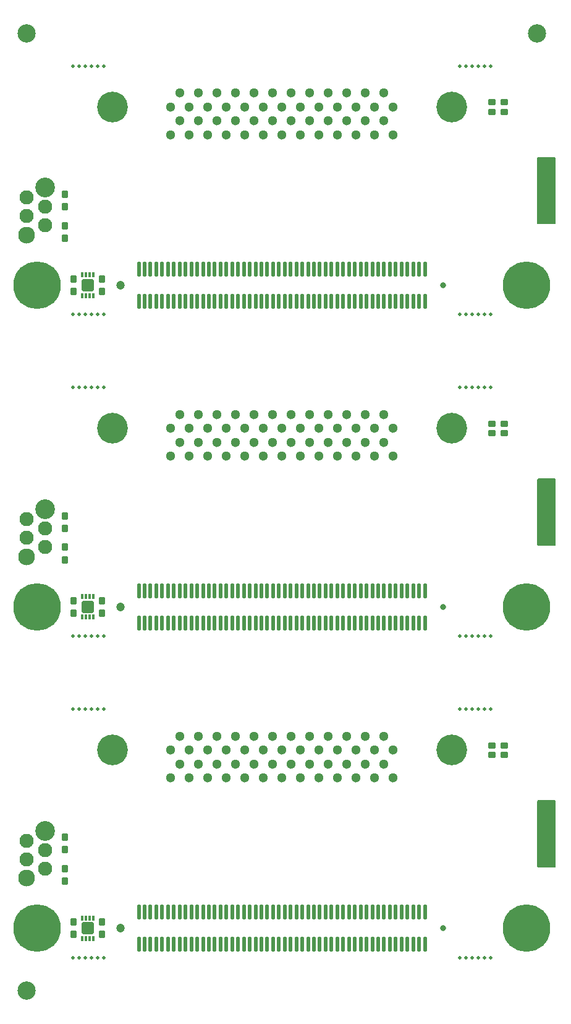
<source format=gts>
G04 #@! TF.GenerationSoftware,KiCad,Pcbnew,8.0.6*
G04 #@! TF.CreationDate,2024-11-07T02:26:47-08:00*
G04 #@! TF.ProjectId,hvd-50-hd-panel,6876642d-3530-42d6-9864-2d70616e656c,1*
G04 #@! TF.SameCoordinates,Original*
G04 #@! TF.FileFunction,Soldermask,Top*
G04 #@! TF.FilePolarity,Negative*
%FSLAX46Y46*%
G04 Gerber Fmt 4.6, Leading zero omitted, Abs format (unit mm)*
G04 Created by KiCad (PCBNEW 8.0.6) date 2024-11-07 02:26:47*
%MOMM*%
%LPD*%
G01*
G04 APERTURE LIST*
G04 Aperture macros list*
%AMRoundRect*
0 Rectangle with rounded corners*
0 $1 Rounding radius*
0 $2 $3 $4 $5 $6 $7 $8 $9 X,Y pos of 4 corners*
0 Add a 4 corners polygon primitive as box body*
4,1,4,$2,$3,$4,$5,$6,$7,$8,$9,$2,$3,0*
0 Add four circle primitives for the rounded corners*
1,1,$1+$1,$2,$3*
1,1,$1+$1,$4,$5*
1,1,$1+$1,$6,$7*
1,1,$1+$1,$8,$9*
0 Add four rect primitives between the rounded corners*
20,1,$1+$1,$2,$3,$4,$5,0*
20,1,$1+$1,$4,$5,$6,$7,0*
20,1,$1+$1,$6,$7,$8,$9,0*
20,1,$1+$1,$8,$9,$2,$3,0*%
G04 Aperture macros list end*
%ADD10C,0.500000*%
%ADD11RoundRect,0.225000X0.225000X-0.275000X0.225000X0.275000X-0.225000X0.275000X-0.225000X-0.275000X0*%
%ADD12RoundRect,0.225000X-0.225000X0.275000X-0.225000X-0.275000X0.225000X-0.275000X0.225000X0.275000X0*%
%ADD13C,0.800000*%
%ADD14C,1.200000*%
%ADD15RoundRect,0.125000X0.125000X0.925000X-0.125000X0.925000X-0.125000X-0.925000X0.125000X-0.925000X0*%
%ADD16C,1.300000*%
%ADD17C,4.200000*%
%ADD18C,6.500000*%
%ADD19C,2.300000*%
%ADD20C,2.700000*%
%ADD21C,1.950000*%
%ADD22RoundRect,0.225000X-0.275000X-0.225000X0.275000X-0.225000X0.275000X0.225000X-0.275000X0.225000X0*%
%ADD23C,2.500000*%
%ADD24RoundRect,0.225000X0.275000X0.225000X-0.275000X0.225000X-0.275000X-0.225000X0.275000X-0.225000X0*%
%ADD25RoundRect,0.062500X0.137500X-0.287500X0.137500X0.287500X-0.137500X0.287500X-0.137500X-0.287500X0*%
%ADD26RoundRect,0.265625X0.584375X-0.584375X0.584375X0.584375X-0.584375X0.584375X-0.584375X-0.584375X0*%
G04 APERTURE END LIST*
D10*
G04 #@! TO.C,KiKit_MB_5_2*
X-9739401Y51002000D03*
G04 #@! TD*
G04 #@! TO.C,KiKit_MB_7_1*
X-13101000Y85002000D03*
G04 #@! TD*
D11*
G04 #@! TO.C,R1*
X-62150000Y98152000D03*
X-62150000Y99852000D03*
G04 #@! TD*
D10*
G04 #@! TO.C,KiKit_MB_4_4*
X-64420199Y95002000D03*
G04 #@! TD*
D12*
G04 #@! TO.C,R2*
X-67200000Y67452000D03*
X-67200000Y65752000D03*
G04 #@! TD*
D13*
G04 #@! TO.C,J1*
X-15400000Y55002000D03*
D14*
X-59600000Y55002000D03*
D15*
X-57100000Y52802000D03*
X-57100000Y57202000D03*
X-56300000Y52802001D03*
X-56300000Y57201999D03*
X-55500000Y52802000D03*
X-55500000Y57202000D03*
X-54700001Y52802000D03*
X-54700001Y57202000D03*
X-53900000Y52802000D03*
X-53900000Y57202000D03*
X-53100000Y52802000D03*
X-53100000Y57202000D03*
X-52299999Y52802000D03*
X-52299999Y57202000D03*
X-51500000Y52802000D03*
X-51500000Y57202000D03*
X-50700000Y52802001D03*
X-50700000Y57201999D03*
X-49900000Y52802000D03*
X-49900000Y57202000D03*
X-49100000Y52802000D03*
X-49100000Y57202000D03*
X-48300000Y52802000D03*
X-48300000Y57202000D03*
X-47500000Y52802000D03*
X-47500000Y57202000D03*
X-46699999Y52802000D03*
X-46699999Y57202000D03*
X-45900000Y52802000D03*
X-45900000Y57202000D03*
X-45100000Y52802001D03*
X-45100000Y57201999D03*
X-44300000Y52802000D03*
X-44300000Y57202000D03*
X-43500000Y52802000D03*
X-43500000Y57202000D03*
X-42700000Y52802000D03*
X-42700000Y57202000D03*
X-41900000Y52802000D03*
X-41900000Y57202000D03*
X-41099999Y52802000D03*
X-41099999Y57202000D03*
X-40300000Y52802000D03*
X-40300000Y57202000D03*
X-39500000Y52802001D03*
X-39500000Y57201999D03*
X-38700000Y52802000D03*
X-38700000Y57202000D03*
X-37900000Y52802000D03*
X-37900000Y57202000D03*
X-37100000Y52802000D03*
X-37100000Y57202000D03*
X-36300000Y52802000D03*
X-36300000Y57202000D03*
X-35500000Y52802001D03*
X-35500000Y57201999D03*
X-34700000Y52802000D03*
X-34700000Y57202000D03*
X-33900001Y52802000D03*
X-33900001Y57202000D03*
X-33100000Y52802000D03*
X-33100000Y57202000D03*
X-32300000Y52802000D03*
X-32300000Y57202000D03*
X-31500000Y52802000D03*
X-31500000Y57202000D03*
X-30700000Y52802000D03*
X-30700000Y57202000D03*
X-29900000Y52802001D03*
X-29900000Y57201999D03*
X-29100000Y52802000D03*
X-29100000Y57202000D03*
X-28300001Y52802000D03*
X-28300001Y57202000D03*
X-27500000Y52802000D03*
X-27500000Y57202000D03*
X-26700000Y52802000D03*
X-26700000Y57202000D03*
X-25900000Y52802000D03*
X-25900000Y57202000D03*
X-25100000Y52802000D03*
X-25100000Y57202000D03*
X-24300000Y52802001D03*
X-24300000Y57201999D03*
X-23500000Y52802000D03*
X-23500000Y57202000D03*
X-22700001Y52802000D03*
X-22700001Y57202000D03*
X-21900000Y52802000D03*
X-21900000Y57202000D03*
X-21100000Y52802000D03*
X-21100000Y57202000D03*
X-20299999Y52802000D03*
X-20299999Y57202000D03*
X-19500000Y52802000D03*
X-19500000Y57202000D03*
X-18700000Y52802001D03*
X-18700000Y57201999D03*
X-17900000Y52802000D03*
X-17900000Y57202000D03*
G04 #@! TD*
D16*
G04 #@! TO.C,J5*
X-52740001Y31608000D03*
X-51470000Y33513001D03*
X-50200000Y31608000D03*
X-48930001Y33513001D03*
X-47659999Y31608000D03*
X-46390000Y33512998D03*
X-45119999Y31608000D03*
X-43850001Y33513001D03*
X-42579998Y31608000D03*
X-41310001Y33513001D03*
X-40039997Y31608000D03*
X-38770000Y33513001D03*
X-37500000Y31608000D03*
X-36229999Y33512998D03*
X-34959999Y31608000D03*
X-33690000Y33512998D03*
X-32419998Y31608000D03*
X-31149999Y33513001D03*
X-29880001Y31608000D03*
X-28610000Y33513001D03*
X-27340000Y31608000D03*
X-26070000Y33513001D03*
X-24799999Y31608000D03*
X-23530000Y33512998D03*
X-22259999Y31608000D03*
X-52740002Y35418000D03*
X-51470000Y37322999D03*
X-50200002Y35417999D03*
X-48929998Y37322999D03*
X-47660000Y35417999D03*
X-46389999Y37322999D03*
X-45120000Y35417999D03*
X-43849998Y37322999D03*
X-42580001Y35417999D03*
X-41309999Y37322999D03*
X-40040000Y35418000D03*
X-38770000Y37322999D03*
X-37500000Y35417999D03*
X-36229999Y37322999D03*
X-34960002Y35417999D03*
X-33689997Y37322999D03*
X-32420000Y35417999D03*
X-31149999Y37322999D03*
X-29880002Y35418000D03*
X-28610000Y37322998D03*
X-27340002Y35417999D03*
X-26069998Y37322999D03*
X-24800000Y35417999D03*
X-23529999Y37322999D03*
X-22260000Y35417999D03*
D17*
X-14258999Y35417999D03*
X-60741000Y35417999D03*
G04 #@! TD*
D10*
G04 #@! TO.C,KiKit_MB_9_6*
X-13101000Y7002000D03*
G04 #@! TD*
D18*
G04 #@! TO.C,H4*
X-4000000Y55002000D03*
G04 #@! TD*
D10*
G04 #@! TO.C,KiKit_MB_11_4*
X-10579801Y41002000D03*
G04 #@! TD*
D11*
G04 #@! TO.C,R1*
X-62150000Y54152000D03*
X-62150000Y55852000D03*
G04 #@! TD*
D18*
G04 #@! TO.C,H4*
X-4000000Y11002000D03*
G04 #@! TD*
D10*
G04 #@! TO.C,KiKit_MB_9_5*
X-12260600Y7002000D03*
G04 #@! TD*
D19*
G04 #@! TO.C,J3*
X-72440000Y17872000D03*
D20*
X-69900000Y24342000D03*
D21*
X-72440000Y23012000D03*
X-69900000Y21742000D03*
X-72440000Y20472000D03*
X-69900000Y19202000D03*
G04 #@! TD*
D10*
G04 #@! TO.C,KiKit_MB_3_2*
X-12260600Y129002000D03*
G04 #@! TD*
D16*
G04 #@! TO.C,J5*
X-52740001Y119608000D03*
X-51470000Y121513001D03*
X-50200000Y119608000D03*
X-48930001Y121513001D03*
X-47659999Y119608000D03*
X-46390000Y121512998D03*
X-45119999Y119608000D03*
X-43850001Y121513001D03*
X-42579998Y119608000D03*
X-41310001Y121513001D03*
X-40039997Y119608000D03*
X-38770000Y121513001D03*
X-37500000Y119608000D03*
X-36229999Y121512998D03*
X-34959999Y119608000D03*
X-33690000Y121512998D03*
X-32419998Y119608000D03*
X-31149999Y121513001D03*
X-29880001Y119608000D03*
X-28610000Y121513001D03*
X-27340000Y119608000D03*
X-26070000Y121513001D03*
X-24799999Y119608000D03*
X-23530000Y121512998D03*
X-22259999Y119608000D03*
X-52740002Y123418000D03*
X-51470000Y125322999D03*
X-50200002Y123417999D03*
X-48929998Y125322999D03*
X-47660000Y123417999D03*
X-46389999Y125322999D03*
X-45120000Y123417999D03*
X-43849998Y125322999D03*
X-42580001Y123417999D03*
X-41309999Y125322999D03*
X-40040000Y123418000D03*
X-38770000Y125322999D03*
X-37500000Y123417999D03*
X-36229999Y125322999D03*
X-34960002Y123417999D03*
X-33689997Y125322999D03*
X-32420000Y123417999D03*
X-31149999Y125322999D03*
X-29880002Y123418000D03*
X-28610000Y125322998D03*
X-27340002Y123417999D03*
X-26069998Y125322999D03*
X-24800000Y123417999D03*
X-23529999Y125322999D03*
X-22260000Y123417999D03*
D17*
X-14258999Y123417999D03*
X-60741000Y123417999D03*
G04 #@! TD*
D10*
G04 #@! TO.C,KiKit_MB_3_1*
X-13101000Y129002000D03*
G04 #@! TD*
G04 #@! TO.C,KiKit_MB_3_4*
X-10579801Y129002000D03*
G04 #@! TD*
G04 #@! TO.C,KiKit_MB_1_1*
X-8899001Y95002000D03*
G04 #@! TD*
G04 #@! TO.C,KiKit_MB_11_6*
X-8899001Y41002000D03*
G04 #@! TD*
D13*
G04 #@! TO.C,J1*
X-15400000Y99002000D03*
D14*
X-59600000Y99002000D03*
D15*
X-57100000Y96802000D03*
X-57100000Y101202000D03*
X-56300000Y96802001D03*
X-56300000Y101201999D03*
X-55500000Y96802000D03*
X-55500000Y101202000D03*
X-54700001Y96802000D03*
X-54700001Y101202000D03*
X-53900000Y96802000D03*
X-53900000Y101202000D03*
X-53100000Y96802000D03*
X-53100000Y101202000D03*
X-52299999Y96802000D03*
X-52299999Y101202000D03*
X-51500000Y96802000D03*
X-51500000Y101202000D03*
X-50700000Y96802001D03*
X-50700000Y101201999D03*
X-49900000Y96802000D03*
X-49900000Y101202000D03*
X-49100000Y96802000D03*
X-49100000Y101202000D03*
X-48300000Y96802000D03*
X-48300000Y101202000D03*
X-47500000Y96802000D03*
X-47500000Y101202000D03*
X-46699999Y96802000D03*
X-46699999Y101202000D03*
X-45900000Y96802000D03*
X-45900000Y101202000D03*
X-45100000Y96802001D03*
X-45100000Y101201999D03*
X-44300000Y96802000D03*
X-44300000Y101202000D03*
X-43500000Y96802000D03*
X-43500000Y101202000D03*
X-42700000Y96802000D03*
X-42700000Y101202000D03*
X-41900000Y96802000D03*
X-41900000Y101202000D03*
X-41099999Y96802000D03*
X-41099999Y101202000D03*
X-40300000Y96802000D03*
X-40300000Y101202000D03*
X-39500000Y96802001D03*
X-39500000Y101201999D03*
X-38700000Y96802000D03*
X-38700000Y101202000D03*
X-37900000Y96802000D03*
X-37900000Y101202000D03*
X-37100000Y96802000D03*
X-37100000Y101202000D03*
X-36300000Y96802000D03*
X-36300000Y101202000D03*
X-35500000Y96802001D03*
X-35500000Y101201999D03*
X-34700000Y96802000D03*
X-34700000Y101202000D03*
X-33900001Y96802000D03*
X-33900001Y101202000D03*
X-33100000Y96802000D03*
X-33100000Y101202000D03*
X-32300000Y96802000D03*
X-32300000Y101202000D03*
X-31500000Y96802000D03*
X-31500000Y101202000D03*
X-30700000Y96802000D03*
X-30700000Y101202000D03*
X-29900000Y96802001D03*
X-29900000Y101201999D03*
X-29100000Y96802000D03*
X-29100000Y101202000D03*
X-28300001Y96802000D03*
X-28300001Y101202000D03*
X-27500000Y96802000D03*
X-27500000Y101202000D03*
X-26700000Y96802000D03*
X-26700000Y101202000D03*
X-25900000Y96802000D03*
X-25900000Y101202000D03*
X-25100000Y96802000D03*
X-25100000Y101202000D03*
X-24300000Y96802001D03*
X-24300000Y101201999D03*
X-23500000Y96802000D03*
X-23500000Y101202000D03*
X-22700001Y96802000D03*
X-22700001Y101202000D03*
X-21900000Y96802000D03*
X-21900000Y101202000D03*
X-21100000Y96802000D03*
X-21100000Y101202000D03*
X-20299999Y96802000D03*
X-20299999Y101202000D03*
X-19500000Y96802000D03*
X-19500000Y101202000D03*
X-18700000Y96802001D03*
X-18700000Y101201999D03*
X-17900000Y96802000D03*
X-17900000Y101202000D03*
G04 #@! TD*
D12*
G04 #@! TO.C,R2*
X-67200000Y23452000D03*
X-67200000Y21752000D03*
G04 #@! TD*
D11*
G04 #@! TO.C,R1*
X-62150000Y10152000D03*
X-62150000Y11852000D03*
G04 #@! TD*
D10*
G04 #@! TO.C,KiKit_MB_9_3*
X-10579801Y7002000D03*
G04 #@! TD*
G04 #@! TO.C,KiKit_MB_6_2*
X-65260599Y85002000D03*
G04 #@! TD*
G04 #@! TO.C,KiKit_MB_2_4*
X-63579800Y129002000D03*
G04 #@! TD*
G04 #@! TO.C,KiKit_MB_12_3*
X-63579800Y7002000D03*
G04 #@! TD*
G04 #@! TO.C,KiKit_MB_2_2*
X-65260599Y129002000D03*
G04 #@! TD*
G04 #@! TO.C,KiKit_MB_5_1*
X-8899001Y51002000D03*
G04 #@! TD*
G04 #@! TO.C,KiKit_MB_10_5*
X-62739400Y41002000D03*
G04 #@! TD*
G04 #@! TO.C,KiKit_MB_4_5*
X-65260599Y95002000D03*
G04 #@! TD*
G04 #@! TO.C,KiKit_MB_4_3*
X-63579800Y95002000D03*
G04 #@! TD*
D22*
G04 #@! TO.C,C2*
X-8750000Y36052000D03*
X-7050000Y36052000D03*
G04 #@! TD*
D10*
G04 #@! TO.C,KiKit_MB_3_5*
X-9739401Y129002000D03*
G04 #@! TD*
D22*
G04 #@! TO.C,C2*
X-8750000Y124052000D03*
X-7050000Y124052000D03*
G04 #@! TD*
D10*
G04 #@! TO.C,KiKit_MB_8_2*
X-62739400Y51002000D03*
G04 #@! TD*
G04 #@! TO.C,KiKit_MB_9_4*
X-11420200Y7002000D03*
G04 #@! TD*
G04 #@! TO.C,KiKit_MB_4_1*
X-61899000Y95002000D03*
G04 #@! TD*
G04 #@! TO.C,KiKit_MB_12_5*
X-65260599Y7002000D03*
G04 #@! TD*
D11*
G04 #@! TO.C,C1*
X-66050000Y10152000D03*
X-66050000Y11852000D03*
G04 #@! TD*
D10*
G04 #@! TO.C,KiKit_MB_10_1*
X-66100999Y41002000D03*
G04 #@! TD*
G04 #@! TO.C,KiKit_MB_8_4*
X-64420199Y51002000D03*
G04 #@! TD*
G04 #@! TO.C,KiKit_MB_1_5*
X-12260600Y95002000D03*
G04 #@! TD*
G04 #@! TO.C,KiKit_MB_1_3*
X-10579801Y95002000D03*
G04 #@! TD*
G04 #@! TO.C,KiKit_MB_6_5*
X-62739400Y85002000D03*
G04 #@! TD*
D23*
G04 #@! TO.C,KiKit_FID_T_2*
X-2500000Y133503500D03*
G04 #@! TD*
D10*
G04 #@! TO.C,KiKit_MB_7_5*
X-9739401Y85002000D03*
G04 #@! TD*
G04 #@! TO.C,KiKit_MB_2_1*
X-66100999Y129002000D03*
G04 #@! TD*
G04 #@! TO.C,KiKit_MB_9_2*
X-9739401Y7002000D03*
G04 #@! TD*
G04 #@! TO.C,KiKit_MB_10_2*
X-65260599Y41002000D03*
G04 #@! TD*
G04 #@! TO.C,KiKit_MB_10_4*
X-63579800Y41002000D03*
G04 #@! TD*
G04 #@! TO.C,KiKit_MB_6_4*
X-63579800Y85002000D03*
G04 #@! TD*
D13*
G04 #@! TO.C,J1*
X-15400000Y11002000D03*
D14*
X-59600000Y11002000D03*
D15*
X-57100000Y8802000D03*
X-57100000Y13202000D03*
X-56300000Y8802001D03*
X-56300000Y13201999D03*
X-55500000Y8802000D03*
X-55500000Y13202000D03*
X-54700001Y8802000D03*
X-54700001Y13202000D03*
X-53900000Y8802000D03*
X-53900000Y13202000D03*
X-53100000Y8802000D03*
X-53100000Y13202000D03*
X-52299999Y8802000D03*
X-52299999Y13202000D03*
X-51500000Y8802000D03*
X-51500000Y13202000D03*
X-50700000Y8802001D03*
X-50700000Y13201999D03*
X-49900000Y8802000D03*
X-49900000Y13202000D03*
X-49100000Y8802000D03*
X-49100000Y13202000D03*
X-48300000Y8802000D03*
X-48300000Y13202000D03*
X-47500000Y8802000D03*
X-47500000Y13202000D03*
X-46699999Y8802000D03*
X-46699999Y13202000D03*
X-45900000Y8802000D03*
X-45900000Y13202000D03*
X-45100000Y8802001D03*
X-45100000Y13201999D03*
X-44300000Y8802000D03*
X-44300000Y13202000D03*
X-43500000Y8802000D03*
X-43500000Y13202000D03*
X-42700000Y8802000D03*
X-42700000Y13202000D03*
X-41900000Y8802000D03*
X-41900000Y13202000D03*
X-41099999Y8802000D03*
X-41099999Y13202000D03*
X-40300000Y8802000D03*
X-40300000Y13202000D03*
X-39500000Y8802001D03*
X-39500000Y13201999D03*
X-38700000Y8802000D03*
X-38700000Y13202000D03*
X-37900000Y8802000D03*
X-37900000Y13202000D03*
X-37100000Y8802000D03*
X-37100000Y13202000D03*
X-36300000Y8802000D03*
X-36300000Y13202000D03*
X-35500000Y8802001D03*
X-35500000Y13201999D03*
X-34700000Y8802000D03*
X-34700000Y13202000D03*
X-33900001Y8802000D03*
X-33900001Y13202000D03*
X-33100000Y8802000D03*
X-33100000Y13202000D03*
X-32300000Y8802000D03*
X-32300000Y13202000D03*
X-31500000Y8802000D03*
X-31500000Y13202000D03*
X-30700000Y8802000D03*
X-30700000Y13202000D03*
X-29900000Y8802001D03*
X-29900000Y13201999D03*
X-29100000Y8802000D03*
X-29100000Y13202000D03*
X-28300001Y8802000D03*
X-28300001Y13202000D03*
X-27500000Y8802000D03*
X-27500000Y13202000D03*
X-26700000Y8802000D03*
X-26700000Y13202000D03*
X-25900000Y8802000D03*
X-25900000Y13202000D03*
X-25100000Y8802000D03*
X-25100000Y13202000D03*
X-24300000Y8802001D03*
X-24300000Y13201999D03*
X-23500000Y8802000D03*
X-23500000Y13202000D03*
X-22700001Y8802000D03*
X-22700001Y13202000D03*
X-21900000Y8802000D03*
X-21900000Y13202000D03*
X-21100000Y8802000D03*
X-21100000Y13202000D03*
X-20299999Y8802000D03*
X-20299999Y13202000D03*
X-19500000Y8802000D03*
X-19500000Y13202000D03*
X-18700000Y8802001D03*
X-18700000Y13201999D03*
X-17900000Y8802000D03*
X-17900000Y13202000D03*
G04 #@! TD*
D10*
G04 #@! TO.C,KiKit_MB_11_5*
X-9739401Y41002000D03*
G04 #@! TD*
G04 #@! TO.C,KiKit_MB_8_1*
X-61899000Y51002000D03*
G04 #@! TD*
D23*
G04 #@! TO.C,KiKit_FID_T_1*
X-72500000Y133503500D03*
G04 #@! TD*
D10*
G04 #@! TO.C,KiKit_MB_7_6*
X-8899001Y85002000D03*
G04 #@! TD*
D19*
G04 #@! TO.C,J3*
X-72440000Y61872000D03*
D20*
X-69900000Y68342000D03*
D21*
X-72440000Y67012000D03*
X-69900000Y65742000D03*
X-72440000Y64472000D03*
X-69900000Y63202000D03*
G04 #@! TD*
D22*
G04 #@! TO.C,C2*
X-8750000Y80052000D03*
X-7050000Y80052000D03*
G04 #@! TD*
D10*
G04 #@! TO.C,KiKit_MB_2_5*
X-62739400Y129002000D03*
G04 #@! TD*
D18*
G04 #@! TO.C,H3*
X-71000000Y99002000D03*
G04 #@! TD*
D10*
G04 #@! TO.C,KiKit_MB_8_3*
X-63579800Y51002000D03*
G04 #@! TD*
G04 #@! TO.C,KiKit_MB_4_6*
X-66100999Y95002000D03*
G04 #@! TD*
D12*
G04 #@! TO.C,R2*
X-67200000Y111452000D03*
X-67200000Y109752000D03*
G04 #@! TD*
D24*
G04 #@! TO.C,R4*
X-7050000Y78752000D03*
X-8750000Y78752000D03*
G04 #@! TD*
D10*
G04 #@! TO.C,KiKit_MB_5_3*
X-10579801Y51002000D03*
G04 #@! TD*
G04 #@! TO.C,KiKit_MB_9_1*
X-8899001Y7002000D03*
G04 #@! TD*
D25*
G04 #@! TO.C,U1*
X-64850001Y97602000D03*
X-64350000Y97602000D03*
X-63850000Y97602000D03*
X-63349999Y97602000D03*
X-63349999Y100402000D03*
X-63850000Y100402000D03*
X-64350000Y100402000D03*
X-64850001Y100402000D03*
D26*
X-64100000Y99002000D03*
G04 #@! TD*
D10*
G04 #@! TO.C,KiKit_MB_2_3*
X-64420199Y129002000D03*
G04 #@! TD*
G04 #@! TO.C,KiKit_MB_5_5*
X-12260600Y51002000D03*
G04 #@! TD*
D24*
G04 #@! TO.C,R4*
X-7050000Y34752000D03*
X-8750000Y34752000D03*
G04 #@! TD*
D10*
G04 #@! TO.C,KiKit_MB_1_4*
X-11420200Y95002000D03*
G04 #@! TD*
D19*
G04 #@! TO.C,J3*
X-72440000Y105872000D03*
D20*
X-69900000Y112342000D03*
D21*
X-72440000Y111012000D03*
X-69900000Y109742000D03*
X-72440000Y108472000D03*
X-69900000Y107202000D03*
G04 #@! TD*
D10*
G04 #@! TO.C,KiKit_MB_10_3*
X-64420199Y41002000D03*
G04 #@! TD*
D24*
G04 #@! TO.C,R4*
X-7050000Y122752000D03*
X-8750000Y122752000D03*
G04 #@! TD*
D10*
G04 #@! TO.C,KiKit_MB_5_6*
X-13101000Y51002000D03*
G04 #@! TD*
D11*
G04 #@! TO.C,R3*
X-67200000Y17452000D03*
X-67200000Y19152000D03*
G04 #@! TD*
D10*
G04 #@! TO.C,KiKit_MB_2_6*
X-61899000Y129002000D03*
G04 #@! TD*
G04 #@! TO.C,KiKit_MB_11_2*
X-12260600Y41002000D03*
G04 #@! TD*
G04 #@! TO.C,KiKit_MB_6_1*
X-66100999Y85002000D03*
G04 #@! TD*
D11*
G04 #@! TO.C,R3*
X-67200000Y61452000D03*
X-67200000Y63152000D03*
G04 #@! TD*
D10*
G04 #@! TO.C,KiKit_MB_3_3*
X-11420200Y129002000D03*
G04 #@! TD*
G04 #@! TO.C,KiKit_MB_6_6*
X-61899000Y85002000D03*
G04 #@! TD*
D18*
G04 #@! TO.C,H4*
X-4000000Y99002000D03*
G04 #@! TD*
D10*
G04 #@! TO.C,KiKit_MB_3_6*
X-8899001Y129002000D03*
G04 #@! TD*
G04 #@! TO.C,KiKit_MB_8_5*
X-65260599Y51002000D03*
G04 #@! TD*
G04 #@! TO.C,KiKit_MB_12_6*
X-66100999Y7002000D03*
G04 #@! TD*
G04 #@! TO.C,KiKit_MB_7_3*
X-11420200Y85002000D03*
G04 #@! TD*
G04 #@! TO.C,KiKit_MB_11_3*
X-11420200Y41002000D03*
G04 #@! TD*
D11*
G04 #@! TO.C,C1*
X-66050000Y54152000D03*
X-66050000Y55852000D03*
G04 #@! TD*
D16*
G04 #@! TO.C,J5*
X-52740001Y75608000D03*
X-51470000Y77513001D03*
X-50200000Y75608000D03*
X-48930001Y77513001D03*
X-47659999Y75608000D03*
X-46390000Y77512998D03*
X-45119999Y75608000D03*
X-43850001Y77513001D03*
X-42579998Y75608000D03*
X-41310001Y77513001D03*
X-40039997Y75608000D03*
X-38770000Y77513001D03*
X-37500000Y75608000D03*
X-36229999Y77512998D03*
X-34959999Y75608000D03*
X-33690000Y77512998D03*
X-32419998Y75608000D03*
X-31149999Y77513001D03*
X-29880001Y75608000D03*
X-28610000Y77513001D03*
X-27340000Y75608000D03*
X-26070000Y77513001D03*
X-24799999Y75608000D03*
X-23530000Y77512998D03*
X-22259999Y75608000D03*
X-52740002Y79418000D03*
X-51470000Y81322999D03*
X-50200002Y79417999D03*
X-48929998Y81322999D03*
X-47660000Y79417999D03*
X-46389999Y81322999D03*
X-45120000Y79417999D03*
X-43849998Y81322999D03*
X-42580001Y79417999D03*
X-41309999Y81322999D03*
X-40040000Y79418000D03*
X-38770000Y81322999D03*
X-37500000Y79417999D03*
X-36229999Y81322999D03*
X-34960002Y79417999D03*
X-33689997Y81322999D03*
X-32420000Y79417999D03*
X-31149999Y81322999D03*
X-29880002Y79418000D03*
X-28610000Y81322998D03*
X-27340002Y79417999D03*
X-26069998Y81322999D03*
X-24800000Y79417999D03*
X-23529999Y81322999D03*
X-22260000Y79417999D03*
D17*
X-14258999Y79417999D03*
X-60741000Y79417999D03*
G04 #@! TD*
D25*
G04 #@! TO.C,U1*
X-64850001Y9602000D03*
X-64350000Y9602000D03*
X-63850000Y9602000D03*
X-63349999Y9602000D03*
X-63349999Y12402000D03*
X-63850000Y12402000D03*
X-64350000Y12402000D03*
X-64850001Y12402000D03*
D26*
X-64100000Y11002000D03*
G04 #@! TD*
D10*
G04 #@! TO.C,KiKit_MB_10_6*
X-61899000Y41002000D03*
G04 #@! TD*
D11*
G04 #@! TO.C,C1*
X-66050000Y98152000D03*
X-66050000Y99852000D03*
G04 #@! TD*
D23*
G04 #@! TO.C,KiKit_FID_T_3*
X-72500000Y2500000D03*
G04 #@! TD*
D10*
G04 #@! TO.C,KiKit_MB_4_2*
X-62739400Y95002000D03*
G04 #@! TD*
D11*
G04 #@! TO.C,R3*
X-67200000Y105452000D03*
X-67200000Y107152000D03*
G04 #@! TD*
D10*
G04 #@! TO.C,KiKit_MB_12_2*
X-62739400Y7002000D03*
G04 #@! TD*
G04 #@! TO.C,KiKit_MB_6_3*
X-64420199Y85002000D03*
G04 #@! TD*
D25*
G04 #@! TO.C,U1*
X-64850001Y53602000D03*
X-64350000Y53602000D03*
X-63850000Y53602000D03*
X-63349999Y53602000D03*
X-63349999Y56402000D03*
X-63850000Y56402000D03*
X-64350000Y56402000D03*
X-64850001Y56402000D03*
D26*
X-64100000Y55002000D03*
G04 #@! TD*
D18*
G04 #@! TO.C,H3*
X-71000000Y55002000D03*
G04 #@! TD*
D10*
G04 #@! TO.C,KiKit_MB_12_1*
X-61899000Y7002000D03*
G04 #@! TD*
G04 #@! TO.C,KiKit_MB_5_4*
X-11420200Y51002000D03*
G04 #@! TD*
G04 #@! TO.C,KiKit_MB_7_4*
X-10579801Y85002000D03*
G04 #@! TD*
G04 #@! TO.C,KiKit_MB_12_4*
X-64420199Y7002000D03*
G04 #@! TD*
G04 #@! TO.C,KiKit_MB_11_1*
X-13101000Y41002000D03*
G04 #@! TD*
G04 #@! TO.C,KiKit_MB_1_2*
X-9739401Y95002000D03*
G04 #@! TD*
G04 #@! TO.C,KiKit_MB_7_2*
X-12260600Y85002000D03*
G04 #@! TD*
D18*
G04 #@! TO.C,H3*
X-71000000Y11002000D03*
G04 #@! TD*
D10*
G04 #@! TO.C,KiKit_MB_1_6*
X-13101000Y95002000D03*
G04 #@! TD*
G04 #@! TO.C,KiKit_MB_8_6*
X-66100999Y51002000D03*
G04 #@! TD*
G36*
X-56961Y72532315D02*
G01*
X-11206Y72479511D01*
X0Y72428000D01*
X0Y63476000D01*
X-19685Y63408961D01*
X-72489Y63363206D01*
X-124000Y63352000D01*
X-2376000Y63352000D01*
X-2443039Y63371685D01*
X-2488794Y63424489D01*
X-2500000Y63476000D01*
X-2500000Y72428000D01*
X-2480315Y72495039D01*
X-2427511Y72540794D01*
X-2376000Y72552000D01*
X-124000Y72552000D01*
X-56961Y72532315D01*
G37*
G36*
X-56961Y116532315D02*
G01*
X-11206Y116479511D01*
X0Y116428000D01*
X0Y107476000D01*
X-19685Y107408961D01*
X-72489Y107363206D01*
X-124000Y107352000D01*
X-2376000Y107352000D01*
X-2443039Y107371685D01*
X-2488794Y107424489D01*
X-2500000Y107476000D01*
X-2500000Y116428000D01*
X-2480315Y116495039D01*
X-2427511Y116540794D01*
X-2376000Y116552000D01*
X-124000Y116552000D01*
X-56961Y116532315D01*
G37*
G36*
X-56961Y28532315D02*
G01*
X-11206Y28479511D01*
X0Y28428000D01*
X0Y19476000D01*
X-19685Y19408961D01*
X-72489Y19363206D01*
X-124000Y19352000D01*
X-2376000Y19352000D01*
X-2443039Y19371685D01*
X-2488794Y19424489D01*
X-2500000Y19476000D01*
X-2500000Y28428000D01*
X-2480315Y28495039D01*
X-2427511Y28540794D01*
X-2376000Y28552000D01*
X-124000Y28552000D01*
X-56961Y28532315D01*
G37*
M02*

</source>
